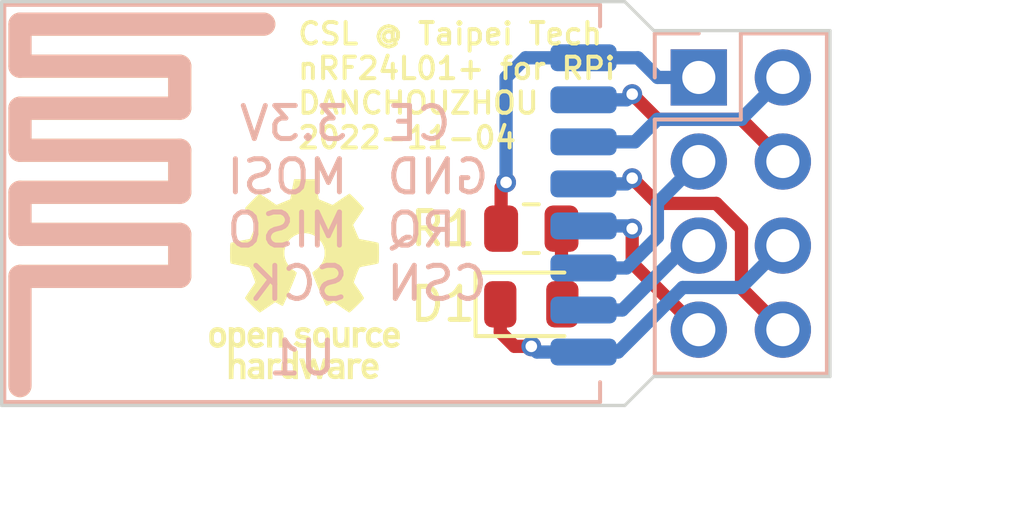
<source format=kicad_pcb>
(kicad_pcb (version 20211014) (generator pcbnew)
  (layers (0 "F.Cu" signal) (31 "B.Cu" signal) (34 "B.Paste" user) (35 "F.Paste" user) (36 "B.SilkS" user "B.Silkscreen") (37 "F.SilkS" user "F.Silkscreen") (38 "B.Mask" user) (39 "F.Mask" user) (44 "Edge.Cuts" user))
  (net 0 "")
  (net 1 "Net-(D1-Pad2)")
  (net 2 "VDD")
  (net 3 "/GP24")
  (net 4 "/MOSI")
  (net 5 "GND")
  (net 6 "/MISO")
  (net 7 "/GP25")
  (net 8 "/SCLK")
  (net 9 "/CE0")
  (footprint "LED_SMD:LED_0805_2012Metric" (layer "F.Cu") (at 16.002 9.144)
    (fp_text reference "D1" (at -2.667 0) (layer "F.SilkS"))
    (fp_text value "LTST-C170KFKT")
    (fp_line (start -1.685 -0.96) (end -1.685 0.96) (layer "F.SilkS") (width 0.12))
    (fp_line (start 1 -0.96) (end -1.685 -0.96) (layer "F.SilkS") (width 0.12))
    (fp_line (start -1.685 0.96) (end 1 0.96) (layer "F.SilkS") (width 0.12))
    (pad "1" smd roundrect (at -0.9375 0) (size 0.975 1.4) (layers "F.Cu" "F.Paste" "F.Mask") (net 7 "/GP25"))
    (pad "2" smd roundrect (at 0.9375 0) (size 0.975 1.4) (layers "F.Cu" "F.Paste" "F.Mask") (net 1 "Net-(D1-Pad2)"))
  )
  (footprint "Symbol:OSHW-Logo_5.7x6mm_SilkScreen" (layer "F.Cu") (at 9.144 8.382)
    (fp_text reference "LOGO1" hide)
    (fp_text value "Logo_Open_Hardware_Small" hide)
    (fp_poly (pts (xy -1.38421 2.406555) (xy -1.325055 2.422339) (xy -1.280023 2.450948) (xy -1.248246 2.488419) (xy -1.238366 2.504411) (xy -1.231073 2.521163) (xy -1.225974 2.542592) (xy -1.222679 2.572616) (xy -1.220797 2.615154) (xy -1.219937 2.674122) (xy -1.219707 2.75344) (xy -1.219703 2.774484) (xy -1.219703 3.017822) (xy -1.280059 3.017822) (xy -1.318557 3.015126) (xy -1.347023 3.008295) (xy -1.354155 3.004083) (xy -1.373652 2.996813) (xy -1.393566 3.004083) (xy -1.426353 3.01316) (xy -1.473978 3.016813) (xy -1.526764 3.015228) (xy -1.575036 3.008589) (xy -1.603218 3.000072) (xy -1.657753 2.965063) (xy -1.691835 2.916479) (xy -1.707157 2.851882) (xy -1.707299 2.850223) (xy -1.705955 2.821566) (xy -1.584356 2.821566) (xy -1.573726 2.854161) (xy -1.55641 2.872505) (xy -1.521652 2.886379) (xy -1.475773 2.891917) (xy -1.428988 2.889191) (xy -1.391514 2.878274) (xy -1.381015 2.871269) (xy -1.362668 2.838904) (xy -1.35802 2.802111) (xy -1.35802 2.753763) (xy -1.427582 2.753763) (xy -1.493667 2.75885) (xy -1.543764 2.773263) (xy -1.574929 2.795729) (xy -1.584356 2.821566) (xy -1.705955 2.821566) (xy -1.703987 2.779647) (xy -1.68071 2.723845) (xy -1.636948 2.681647) (xy -1.630899 2.677808) (xy -1.604907 2.665309) (xy -1.572735 2.65774) (xy -1.52776 2.654061) (xy -1.474331 2.653216) (xy -1.35802 2.653169) (xy -1.35802 2.604411) (xy -1.362953 2.566581) (xy -1.375543 2.541236) (xy -1.377017 2.539887) (xy -1.405034 2.5288) (xy -1.447326 2.524503) (xy -1.494064 2.526615) (xy -1.535418 2.534756) (xy -1.559957 2.546965) (xy -1.573253 2.556746) (xy -1.587294 2.558613) (xy -1.606671 2.5506) (xy -1.635976 2.530739) (xy -1.679803 2.497063) (xy -1.683825 2.493909) (xy -1.681764 2.482236) (xy -1.664568 2.462822) (xy -1.638433 2.441248) (xy -1.609552 2.423096) (xy -1.600478 2.418809) (xy -1.56738 2.410256) (xy -1.51888 2.404155) (xy -1.464695 2.401708) (xy -1.462161 2.401703) (xy -1.38421 2.406555)) (layer "F.SilkS") (width 0.01) (fill solid))
    (fp_poly (pts (xy 0.281524 2.404237) (xy 0.331255 2.407971) (xy 0.461291 2.797773) (xy 0.481678 2.728614) (xy 0.493946 2.685874) (xy 0.510085 2.628115) (xy 0.527512 2.564625) (xy 0.536726 2.53057) (xy 0.571388 2.401683) (xy 0.714391 2.401683) (xy 0.671646 2.536857) (xy 0.650596 2.603342) (xy 0.625167 2.683539) (xy 0.59861 2.767193) (xy 0.574902 2.841782) (xy 0.520902 3.011535) (xy 0.462598 3.015328) (xy 0.404295 3.019122) (xy 0.372679 2.914734) (xy 0.353182 2.849889) (xy 0.331904 2.7784) (xy 0.313308 2.715263) (xy 0.312574 2.71275) (xy 0.298684 2.669969) (xy 0.286429 2.640779) (xy 0.277846 2.629741) (xy 0.276082 2.631018) (xy 0.269891 2.64813) (xy 0.258128 2.684787) (xy 0.242225 2.736378) (xy 0.223614 2.798294) (xy 0.213543 2.832352) (xy 0.159007 3.017822) (xy 0.043264 3.017822) (xy -0.049263 2.725471) (xy -0.075256 2.643462) (xy -0.098934 2.568987) (xy -0.11918 2.505544) (xy -0.134874 2.456632) (xy -0.144898 2.425749) (xy -0.147945 2.416726) (xy -0.145533 2.407487) (xy -0.126592 2.403441) (xy -0.087177 2.403846) (xy -0.081007 2.404152) (xy -0.007914 2.407971) (xy 0.039957 2.58401) (xy 0.057553 2.648211) (xy 0.073277 2.704649) (xy 0.085746 2.748422) (xy 0.093574 2.77463) (xy 0.09502 2.778903) (xy 0.101014 2.77399) (xy 0.113101 2.748532) (xy 0.129893 2.705997) (xy 0.150003 2.64985) (xy 0.167003 2.59913) (xy 0.231794 2.400504) (xy 0.281524 2.404237)) (layer "F.SilkS") (width 0.01) (fill solid))
    (fp_poly (pts (xy -0.201188 3.017822) (xy -0.270346 3.017822) (xy -0.310488 3.016645) (xy -0.331394 3.011772) (xy -0.338922 3.001186) (xy -0.339505 2.994029) (xy -0.340774 2.979676) (xy -0.348779 2.976923) (xy -0.369815 2.985771) (xy -0.386173 2.994029) (xy -0.448977 3.013597) (xy -0.517248 3.014729) (xy -0.572752 3.000135) (xy -0.624438 2.964877) (xy -0.663838 2.912835) (xy -0.685413 2.85145) (xy -0.685962 2.848018) (xy -0.689167 2.810571) (xy -0.690761 2.756813) (xy -0.690633 2.716155) (xy -0.553279 2.716155) (xy -0.550097 2.770194) (xy -0.542859 2.814735) (xy -0.53306 2.839888) (xy -0.495989 2.87426) (xy -0.451974 2.886582) (xy -0.406584 2.876618) (xy -0.367797 2.846895) (xy -0.353108 2.826905) (xy -0.344519 2.80305) (xy -0.340496 2.76823) (xy -0.339505 2.71593) (xy -0.341278 2.664139) (xy -0.345963 2.618634) (xy -0.352603 2.588181) (xy -0.35371 2.585452) (xy -0.380491 2.553) (xy -0.419579 2.535183) (xy -0.463315 2.532306) (xy -0.504038 2.544674) (xy -0.534087 2.572593) (xy -0.537204 2.578148) (xy -0.546961 2.612022) (xy -0.552277 2.660728) (xy -0.553279 2.716155) (xy -0.690633 2.716155) (xy -0.690568 2.69554) (xy -0.689664 2.662563) (xy -0.683514 2.580981) (xy -0.670733 2.51973) (xy -0.649471 2.474449) (xy -0.617878 2.440779) (xy -0.587207 2.421014) (xy -0.544354 2.40712) (xy -0.491056 2.402354) (xy -0.43648 2.406236) (xy -0.389792 2.418282) (xy -0.365124 2.432693) (xy -0.339505 2.455878) (xy -0.339505 2.162773) (xy -0.201188 2.162773) (xy -0.201188 3.017822)) (layer "F.SilkS") (width 0.01) (fill solid))
    (fp_poly (pts (xy -0.754012 1.469002) (xy -0.722717 1.48395) (xy -0.692409 1.505541) (xy -0.669318 1.530391) (xy -0.6525 1.562087) (xy -0.641006 1.604214) (xy -0.633891 1.660358) (xy -0.630207 1.734106) (xy -0.629008 1.829044) (xy -0.628989 1.838985) (xy -0.628713 2.062179) (xy -0.76703 2.062179) (xy -0.76703 1.856418) (xy -0.767128 1.780189) (xy -0.767809 1.724939) (xy -0.769651 1.686501) (xy -0.773233 1.660706) (xy -0.779132 1.643384) (xy -0.787927 1.630368) (xy -0.80018 1.617507) (xy -0.843047 1.589873) (xy -0.889843 1.584745) (xy -0.934424 1.602217) (xy -0.949928 1.615221) (xy -0.96131 1.627447) (xy -0.969481 1.64054) (xy -0.974974 1.658615) (xy -0.97832 1.685787) (xy -0.980051 1.72617) (xy -0.980697 1.783879) (xy -0.980792 1.854132) (xy -0.980792 2.062179) (xy -1.119109 2.062179) (xy -1.119109 1.458614) (xy -1.04995 1.458614) (xy -1.008428 1.460256) (xy -0.987006 1.466087) (xy -0.980795 1.477461) (xy -0.980792 1.477798) (xy -0.97791 1.488938) (xy -0.965199 1.487674) (xy -0.939926 1.475434) (xy -0.882605 1.457424) (xy -0.817037 1.455421) (xy -0.754012 1.469002)) (layer "F.SilkS") (width 0.01) (fill solid))
    (fp_poly (pts (xy 1.635255 2.401486) (xy 1.683595 2.411015) (xy 1.711114 2.425125) (xy 1.740064 2.448568) (xy 1.698876 2.500571) (xy 1.673482 2.532064) (xy 1.656238 2.547428) (xy 1.639102 2.549776) (xy 1.614027 2.542217) (xy 1.602257 2.537941) (xy 1.55427 2.531631) (xy 1.510324 2.545156) (xy 1.47806 2.57571) (xy 1.472819 2.585452) (xy 1.467112 2.611258) (xy 1.462706 2.658817) (xy 1.459811 2.724758) (xy 1.458631 2.80571) (xy 1.458614 2.817226) (xy 1.458614 3.017822) (xy 1.320297 3.017822) (xy 1.320297 2.401683) (xy 1.389456 2.401683) (xy 1.429333 2.402725) (xy 1.450107 2.407358) (xy 1.457789 2.417849) (xy 1.458614 2.427745) (xy 1.458614 2.453806) (xy 1.491745 2.427745) (xy 1.529735 2.409965) (xy 1.58077 2.401174) (xy 1.635255 2.401486)) (layer "F.SilkS") (width 0.01) (fill solid))
    (fp_poly (pts (xy -2.538261 1.465148) (xy -2.472479 1.494231) (xy -2.42254 1.542793) (xy -2.388374 1.610908) (xy -2.369907 1.698651) (xy -2.368583 1.712351) (xy -2.367546 1.808939) (xy -2.380993 1.893602) (xy -2.408108 1.962221) (xy -2.422627 1.984294) (xy -2.473201 2.031011) (xy -2.537609 2.061268) (xy -2.609666 2.073824) (xy -2.683185 2.067439) (xy -2.739072 2.047772) (xy -2.787132 2.014629) (xy -2.826412 1.971175) (xy -2.827092 1.970158) (xy -2.843044 1.943338) (xy -2.85341 1.916368) (xy -2.859688 1.882332) (xy -2.863373 1.83431) (xy -2.864997 1.794931) (xy -2.865672 1.759219) (xy -2.739955 1.759219) (xy -2.738726 1.79477) (xy -2.734266 1.842094) (xy -2.726397 1.872465) (xy -2.712207 1.894072) (xy -2.698917 1.906694) (xy -2.651802 1.933122) (xy -2.602505 1.936653) (xy -2.556593 1.917639) (xy -2.533638 1.896331) (xy -2.517096 1.874859) (xy -2.507421 1.854313) (xy -2.503174 1.827574) (xy -2.50292 1.787523) (xy -2.504228 1.750638) (xy -2.507043 1.697947) (xy -2.511505 1.663772) (xy -2.519548 1.64148) (xy -2.533103 1.624442) (xy -2.543845 1.614703) (xy -2.588777 1.589123) (xy -2.637249 1.587847) (xy -2.677894 1.602999) (xy -2.712567 1.634642) (xy -2.733224 1.68662) (xy -2.739955 1.759219) (xy -2.865672 1.759219) (xy -2.866479 1.716621) (xy -2.863948 1.658056) (xy -2.856362 1.614007) (xy -2.842681 1.579248) (xy -2.821865 1.548551) (xy -2.814147 1.539436) (xy -2.765889 1.494021) (xy -2.714128 1.467493) (xy -2.650828 1.456379) (xy -2.619961 1.455471) (xy -2.538261 1.465148)) (layer "F.SilkS") (width 0.01) (fill solid))
    (fp_poly (pts (xy 0.610762 1.466055) (xy 0.674363 1.500692) (xy 0.724123 1.555372) (xy 0.747568 1.599842) (xy 0.757634 1.639121) (xy 0.764156 1.695116) (xy 0.766951 1.759621) (xy 0.765836 1.824429) (xy 0.760626 1.881334) (xy 0.754541 1.911727) (xy 0.734014 1.953306) (xy 0.698463 1.997468) (xy 0.655619 2.036087) (xy 0.613211 2.061034) (xy 0.612177 2.06143) (xy 0.559553 2.072331) (xy 0.497188 2.072601) (xy 0.437924 2.062676) (xy 0.41504 2.054722) (xy 0.356102 2.0213) (xy 0.31389 1.977511) (xy 0.286156 1.919538) (xy 0.270651 1.843565) (xy 0.267143 1.803771) (xy 0.26759 1.753766) (xy 0.402376 1.753766) (xy 0.406917 1.826732) (xy 0.419986 1.882334) (xy 0.440756 1.917861) (xy 0.455552 1.92802) (xy 0.493464 1.935104) (xy 0.538527 1.933007) (xy 0.577487 1.922812) (xy 0.587704 1.917204) (xy 0.614659 1.884538) (xy 0.632451 1.834545) (xy 0.640024 1.773705) (xy 0.636325 1.708497) (xy 0.628057 1.669253) (xy 0.60432 1.623805) (xy 0.566849 1.595396) (xy 0.52172 1.585573) (xy 0.475011 1.595887) (xy 0.439132 1.621112) (xy 0.420277 1.641925) (xy 0.409272 1.662439) (xy 0.404026 1.690203) (xy 0.402449 1.732762) (xy 0.402376 1.753766) (xy 0.26759 1.753766) (xy 0.268094 1.69758) (xy 0.285388 1.610501) (xy 0.319029 1.54253) (xy 0.369018 1.493664) (xy 0.435356 1.463899) (xy 0.449601 1.460448) (xy 0.53521 1.452345) (xy 0.610762 1.466055)) (layer "F.SilkS") (width 0.01) (fill solid))
    (fp_poly (pts (xy -1.908759 1.469184) (xy -1.882247 1.482282) (xy -1.849553 1.505106) (xy -1.825725 1.529996) (xy -1.809406 1.561249) (xy -1.79924 1.603166) (xy -1.793872 1.660044) (xy -1.791944 1.736184) (xy -1.791831 1.768917) (xy -1.792161 1.840656) (xy -1.793527 1.891927) (xy -1.7965 1.927404) (xy -1.801649 1.951763) (xy -1.809543 1.96968) (xy -1.817757 1.981902) (xy -1.870187 2.033905) (xy -1.93193 2.065184) (xy -1.998536 2.074592) (xy -2.065558 2.06098) (xy -2.086792 2.051354) (xy -2.137624 2.024859) (xy -2.137624 2.440052) (xy -2.100525 2.420868) (xy -2.051643 2.406025) (xy -1.991561 2.402222) (xy -1.931564 2.409243) (xy -1.886256 2.425013) (xy -1.848675 2.455047) (xy -1.816564 2.498024) (xy -1.81415 2.502436) (xy -1.803967 2.523221) (xy -1.79653 2.54417) (xy -1.791411 2.569548) (xy -1.788181 2.603618) (xy -1.786413 2.650641) (xy -1.785677 2.714882) (xy -1.785544 2.787176) (xy -1.785544 3.017822) (xy -1.923861 3.017822) (xy -1.923861 2.592533) (xy -1.962549 2.559979) (xy -2.002738 2.53394) (xy -2.040797 2.529205) (xy -2.079066 2.541389) (xy -2.099462 2.55332) (xy -2.114642 2.570313) (xy -2.125438 2.595995) (xy -2.132683 2.633991) (xy -2.137208 2.687926) (xy -2.139844 2.761425) (xy -2.140772 2.810347) (xy -2.143911 3.011535) (xy -2.209926 3.015336) (xy -2.27594 3.019136) (xy -2.27594 1.77065) (xy -2.137624 1.77065) (xy -2.134097 1.840254) (xy -2.122215 1.888569) (xy -2.10002 1.918631) (xy -2.065559 1.933471) (xy -2.030742 1.936436) (xy -1.991329 1.933028) (xy -1.965171 1.919617) (xy -1.948814 1.901896) (xy -1.935937 1.882835) (xy -1.928272 1.861601) (xy -1.924861 1.831849) (xy -1.924749 1.787236) (xy -1.925897 1.74988) (xy -1.928532 1.693604) (xy -1.932456 1.656658) (xy -1.939063 1.633223) (xy -1.949749 1.61748) (xy -1.959833 1.60838) (xy -2.00197 1.588537) (xy -2.05184 1.585332) (xy -2.080476 1.592168) (xy -2.108828 1.616464) (xy -2.127609 1.663728) (xy -2.136712 1.733624) (xy -2.137624 1.77065) (xy -2.27594 1.77065) (xy -2.27594 1.458614) (xy -2.206782 1.458614) (xy -2.16526 1.460256) (xy -2.143838 1.466087) (xy -2.137626 1.477461) (xy -2.137624 1.477798) (xy -2.134742 1.488938) (xy -2.12203 1.487673) (xy -2.096757 1.475433) (xy -2.037869 1.456707) (xy -1.971615 1.454739) (xy -1.908759 1.469184)) (layer "F.SilkS") (width 0.01) (fill solid))
    (fp_poly (pts (xy 0.014017 1.456452) (xy 0.061634 1.465482) (xy 0.111034 1.48437) (xy 0.116312 1.486777) (xy 0.153774 1.506476) (xy 0.179717 1.524781) (xy 0.188103 1.536508) (xy 0.180117 1.555632) (xy 0.16072 1.58385) (xy 0.15211 1.594384) (xy 0.116628 1.635847) (xy 0.070885 1.608858) (xy 0.02735 1.590878) (xy -0.02295 1.581267) (xy -0.071188 1.58066) (xy -0.108533 1.589691) (xy -0.117495 1.595327) (xy -0.134563 1.621171) (xy -0.136637 1.650941) (xy -0.123866 1.674197) (xy -0.116312 1.678708) (xy -0.093675 1.684309) (xy -0.053885 1.690892) (xy -0.004834 1.697183) (xy 0.004215 1.69817) (xy 0.082996 1.711798) (xy 0.140136 1.734946) (xy 0.17803 1.769752) (xy 0.199079 1.818354) (xy 0.205635 1.877718) (xy 0.196577 1.945198) (xy 0.167164 1.998188) (xy 0.117278 2.036783) (xy 0.0468 2.061081) (xy -0.031435 2.070667) (xy -0.095234 2.070552) (xy -0.146984 2.061845) (xy -0.182327 2.049825) (xy -0.226983 2.02888) (xy -0.268253 2.004574) (xy -0.282921 1.993876) (xy -0.320643 1.963084) (xy -0.275148 1.917049) (xy -0.229653 1.871013) (xy -0.177928 1.905243) (xy -0.126048 1.930952) (xy -0.070649 1.944399) (xy -0.017395 1.945818) (xy 0.028049 1.935443) (xy 0.060016 1.913507) (xy 0.070338 1.894998) (xy 0.068789 1.865314) (xy 0.04314 1.842615) (xy -0.00654 1.82694) (xy -0.060969 1.819695) (xy -0.144736 1.805873) (xy -0.206967 1.779796) (xy -0.248493 1.740699) (xy -0.270147 1.68782) (xy -0.273147 1.625126) (xy -0.258329 1.559642) (xy -0.224546 1.510144) (xy -0.171495 1.476408) (xy -0.098874 1.458207) (xy -0.045072 1.454639) (xy 0.014017 1.456452)) (layer "F.SilkS") (width 0.01) (fill solid))
    (fp_poly (pts (xy 0.376964 -2.709982) (xy 0.433812 -2.40843) (xy 0.853338 -2.235488) (xy 1.104984 -2.406605) (xy 1.175458 -2.45425) (xy 1.239163 -2.49679) (xy 1.293126 -2.532285) (xy 1.334373 -2.55879) (xy 1.359934 -2.574364) (xy 1.366895 -2.577722) (xy 1.379435 -2.569086) (xy 1.406231 -2.545208) (xy 1.44428 -2.509141) (xy 1.490579 -2.463933) (xy 1.542123 -2.412636) (xy 1.595909 -2.358299) (xy 1.648935 -2.303972) (xy 1.698195 -2.252705) (xy 1.740687 -2.207549) (xy 1.773407 -2.171554) (xy 1.793351 -2.14777) (xy 1.798119 -2.13981) (xy 1.791257 -2.125135) (xy 1.77202 -2.092986) (xy 1.74243 -2.046508) (xy 1.70451 -1.988844) (xy 1.660282 -1.92314) (xy 1.634654 -1.885664) (xy 1.587941 -1.817232) (xy 1.546432 -1.75548) (xy 1.51214 -1.703481) (xy 1.48708 -1.664308) (xy 1.473264 -1.641035) (xy 1.471188 -1.636145) (xy 1.475895 -1.622245) (xy 1.488723 -1.58985) (xy 1.507738 -1.543515) (xy 1.531003 -1.487794) (xy 1.556584 -1.427242) (xy 1.582545 -1.366414) (xy 1.60695 -1.309864) (xy 1.627863 -1.262148) (xy 1.643349 -1.227819) (xy 1.651472 -1.211432) (xy 1.651952 -1.210788) (xy 1.664707 -1.207659) (xy 1.698677 -1.200679) (xy 1.75034 -1.190533) (xy 1.816176 -1.177908) (xy 1.892664 -1.163491) (xy 1.93729 -1.155177) (xy 2.019021 -1.139616) (xy 2.092843 -1.124808) (xy 2.155021 -1.111564) (xy 2.201822 -1.100695) (xy 2.229509 -1.093011) (xy 2.235074 -1.090573) (xy 2.240526 -1.07407) (xy 2.244924 -1.0368) (xy 2.248272 -0.98312) (xy 2.250574 -0.917388) (xy 2.251832 -0.843963) (xy 2.252048 -0.767204) (xy 2.251227 -0.691468) (xy 2.249371 -0.621114) (xy 2.246482 -0.5605) (xy 2.242565 -0.513984) (xy 2.237622 -0.485925) (xy 2.234657 -0.480084) (xy 2.216934 -0.473083) (xy 2.179381 -0.463073) (xy 2.126964 -0.451231) (xy 2.064652 -0.438733) (xy 2.0429 -0.43469) (xy 1.938024 -0.41548) (xy 1.85518 -0.400009) (xy 1.79163 -0.387663) (xy 1.744637 -0.377827) (xy 1.711463 -0.369886) (xy 1.689371 -0.363224) (xy 1.675624 -0.357227) (xy 1.667484 -0.351281) (xy 1.666345 -0.350106) (xy 1.654977 -0.331174) (xy 1.637635 -0.294331) (xy 1.61605 -0.244087) (xy 1.591954 -0.184954) (xy 1.567079 -0.121444) (xy 1.543157 -0.058068) (xy 1.521919 0.000662) (xy 1.505097 0.050235) (xy 1.494422 0.086139) (xy 1.491627 0.103862) (xy 1.49186 0.104483) (xy 1.501331 0.11897) (xy 1.522818 0.150844) (xy 1.554063 0.196789) (xy 1.592807 0.253485) (xy 1.636793 0.317617) (xy 1.649319 0.335842) (xy 1.693984 0.401914) (xy 1.733288 0.4622) (xy 1.765088 0.513235) (xy 1.787245 0.55156) (xy 1.797617 0.573711) (xy 1.798119 0.576432) (xy 1.789405 0.590736) (xy 1.765325 0.619072) (xy 1.728976 0.658396) (xy 1.683453 0.705661) (xy 1.631852 0.757823) (xy 1.577267 0.811835) (xy 1.522794 0.864653) (xy 1.471529 0.913231) (xy 1.426567 0.954523) (xy 1.391004 0.985485) (xy 1.367935 1.00307) (xy 1.361554 1.005941) (xy 1.346699 0.999178) (xy 1.316286 0.980939) (xy 1.275268 0.954297) (xy 1.243709 0.932852) (xy 1.186525 0.893503) (xy 1.118806 0.847171) (xy 1.05088 0.800913) (xy 1.014361 0.776155) (xy 0.890752 0.692547) (xy 0.786991 0.74865) (xy 0.73972 0.773228) (xy 0.699523 0.792331) (xy 0.672326 0.803227) (xy 0.665402 0.804743) (xy 0.657077 0.793549) (xy 0.640654 0.761917) (xy 0.617357 0.712765) (xy 0.588414 0.64901) (xy 0.55505 0.573571) (xy 0.518491 0.489364) (xy 0.479964 0.399308) (xy 0.440694 0.306321) (xy 0.401908 0.21332) (xy 0.36483 0.123223) (xy 0.330689 0.038948) (xy 0.300708 -0.036587) (xy 0.276116 -0.100466) (xy 0.258136 -0.149769) (xy 0.247997 -0.181579) (xy 0.246366 -0.192504) (xy 0.259291 -0.206439) (xy 0.287589 -0.22906) (xy 0.325346 -0.255667) (xy 0.328515 -0.257772) (xy 0.4261 -0.335886) (xy 0.504786 -0.427018) (xy 0.563891 -0.528255) (xy 0.602732 -0.636682) (xy 0.620628 -0.749386) (xy 0.616897 -0.863452) (xy 0.590857 -0.975966) (xy 0.541825 -1.084015) (xy 0.5274 -1.107655) (xy 0.452369 -1.203113) (xy 0.36373 -1.279768) (xy 0.264549 -1.33722) (xy 0.157895 -1.375071) (xy 0.046836 -1.392922) (xy -0.065561 -1.390375) (xy -0.176227 -1.36703) (xy -0.282094 -1.32249) (xy -0.380095 -1.256355) (xy -0.41041 -1.229513) (xy -0.487562 -1.145488) (xy -0.543782 -1.057034) (xy -0.582347 -0.957885) (xy -0.603826 -0.859697) (xy -0.609128 -0.749303) (xy -0.591448 -0.63836) (xy -0.552581 -0.530619) (xy -0.494323 -0.429831) (xy -0.418469 -0.339744) (xy -0.326817 -0.264108) (xy -0.314772 -0.256136) (xy -0.276611 -0.230026) (xy -0.247601 -0.207405) (xy -0.233732 -0.192961) (xy -0.233531 -0.192504) (xy -0.236508 -0.176879) (xy -0.248311 -0.141418) (xy -0.267714 -0.089038) (xy -0.293488 -0.022655) (xy -0.324409 0.054814) (xy -0.359249 0.14045) (xy -0.396783 0.231337) (xy -0.435783 0.324559) (xy -0.475023 0.417197) (xy -0.513276 0.506335) (xy -0.549317 0.589055) (xy -0.581917 0.662441) (xy -0.609852 0.723575) (xy -0.631895 0.769541) (xy -0.646818 0.797421) (xy -0.652828 0.804743) (xy -0.671191 0.799041) (xy -0.705552 0.783749) (xy -0.749984 0.761599) (xy -0.774417 0.74865) (xy -0.878178 0.692547) (xy -1.001787 0.776155) (xy -1.064886 0.818987) (xy -1.13397 0.866122) (xy -1.198707 0.910503) (xy -1.231134 0.932852) (xy -1.276741 0.963477) (xy -1.31536 0.987747) (xy -1.341952 1.002587) (xy -1.35059 1.005724) (xy -1.363161 0.997261) (xy -1.390984 0.973636) (xy -1.431361 0.937302) (xy -1.481595 0.890711) (xy -1.538988 0.836317) (xy -1.575286 0.801392) (xy -1.63879 0.738996) (xy -1.693673 0.683188) (xy -1.737714 0.636354) (xy -1.768695 0.600882) (xy -1.784398 0.579161) (xy -1.785905 0.574752) (xy -1.778914 0.557985) (xy -1.759594 0.524082) (xy -1.730091 0.476476) (xy -1.692545 0.418599) (xy -1.6491 0.353884) (xy -1.636745 0.335842) (xy -1.591727 0.270267) (xy -1.55134 0.211228) (xy -1.51784 0.162042) (xy -1.493486 0.126028) (xy -1.480536 0.106502) (xy -1.479285 0.104483) (xy -1.481156 0.088922) (xy -1.491087 0.054709) (xy -1.507347 0.006355) (xy -1.528205 -0.051629) (xy -1.551927 -0.11473) (xy -1.576784 -0.178437) (xy -1.601042 -0.238239) (xy -1.622971 -0.289624) (xy -1.640838 -0.328081) (xy -1.652913 -0.349098) (xy -1.653771 -0.350106) (xy -1.661154 -0.356112) (xy -1.673625 -0.362052) (xy -1.69392 -0.36854) (xy -1.724778 -0.376191) (xy -1.768934 -0.38562) (xy -1.829126 -0.397441) (xy -1.908093 -0.412271) (xy -2.00857 -0.430723) (xy -2.030325 -0.43469) (xy -2.094802 -0.447147) (xy -2.151011 -0.459334) (xy -2.193987 -0.470074) (xy -2.21876 -0.478191) (xy -2.222082 -0.480084) (xy -2.227556 -0.496862) (xy -2.232006 -0.534355) (xy -2.235428 -0.588206) (xy -2.237819 -0.654056) (xy -2.239177 -0.727547) (xy -2.239499 -0.80432) (xy -2.238781 -0.880017) (xy -2.237021 -0.95028) (xy -2.234216 -1.01075) (xy -2.230362 -1.05707) (xy -2.225457 -1.084881) (xy -2.2225 -1.090573) (xy -2.206037 -1.096314) (xy -2.168551 -1.105655) (xy -2.113775 -1.117785) (xy -2.045445 -1.131893) (xy -1.967294 -1.14717) (xy -1.924716 -1.155177) (xy -1.843929 -1.170279) (xy -1.771887 -1.18396) (xy -1.712111 -1.195533) (xy -1.668121 -1.204313) (xy -1.643439 -1.209613) (xy -1.639377 -1.210788) (xy -1.632511 -1.224035) (xy -1.617998 -1.255943) (xy -1.597771 -1.301953) (xy -1.573766 -1.357508) (xy -1.547918 -1.418047) (xy -1.52216 -1.479014) (xy -1.498427 -1.535849) (xy -1.478654 -1.583994) (xy -1.464776 -1.61889) (xy -1.458726 -1.635979) (xy -1.458614 -1.636726) (xy -1.465472 -1.650207) (xy -1.484698 -1.68123) (xy -1.514272 -1.726711) (xy -1.552173 -1.783568) (xy -1.59638 -1.848717) (xy -1.622079 -1.886138) (xy -1.668907 -1.954753) (xy -1.710499 -2.017048) (xy -1.744825 -2.069871) (xy -1.769857 -2.110073) (xy -1.783565 -2.1345) (xy -1.785544 -2.139976) (xy -1.777034 -2.152722) (xy -1.753507 -2.179937) (xy -1.717968 -2.218572) (xy -1.673423 -2.265577) (xy -1.622877 -2.317905) (xy -1.569336 -2.372505) (xy -1.515805 -2.42633) (xy -1.465289 -2.47633) (xy -1.420794 -2.519457) (xy -1.385325 -2.552661) (xy -1.361887 -2.572894) (xy -1.354046 -2.577722) (xy -1.34128 -2.570933) (xy -1.310744 -2.551858) (xy -1.26541 -2.522439) (xy -1.208244 -2.484619) (xy -1.142216 -2.440339) (xy -1.09241 -2.406605) (xy -0.840764 -2.235488) (xy -0.631001 -2.321959) (xy -0.421237 -2.40843) (xy -0.364389 -2.709982) (xy -0.30754 -3.011534) (xy 0.320115 -3.011534) (xy 0.376964 -2.709982)) (layer "F.SilkS") (width 0.01) (fill solid))
    (fp_poly (pts (xy 0.993367 1.654342) (xy 0.994555 1.746563) (xy 0.998897 1.81661) (xy 1.007558 1.867381) (xy 1.021704 1.901772) (xy 1.0425 1.922679) (xy 1.07111 1.933) (xy 1.106535 1.935636) (xy 1.143636 1.932682) (xy 1.171818 1.921889) (xy 1.192243 1.90036) (xy 1.206079 1.865199) (xy 1.214491 1.81351) (xy 1.218643 1.742394) (xy 1.219703 1.654342) (xy 1.219703 1.458614) (xy 1.35802 1.458614) (xy 1.35802 2.062179) (xy 1.288862 2.062179) (xy 1.24717 2.060489) (xy 1.225701 2.054556) (xy 1.219703 2.043293) (xy 1.216091 2.033261) (xy 1.201714 2.035383) (xy 1.172736 2.04958) (xy 1.106319 2.07148) (xy 1.035875 2.069928) (xy 0.968377 2.046147) (xy 0.936233 2.027362) (xy 0.911715 2.007022) (xy 0.893804 1.981573) (xy 0.881479 1.947458) (xy 0.873723 1.901121) (xy 0.869516 1.839007) (xy 0.86784 1.757561) (xy 0.867624 1.694578) (xy 0.867624 1.458614) (xy 0.993367 1.458614) (xy 0.993367 1.654342)) (layer "F.SilkS") (width 0.01) (fill solid))
    (fp_poly (pts (xy -0.993356 2.40302) (xy -0.974539 2.40866) (xy -0.968473 2.421053) (xy -0.968218 2.426647) (xy -0.967129 2.44223) (xy -0.959632 2.444676) (xy -0.939381 2.433993) (xy -0.927351 2.426694) (xy -0.8894 2.411063) (xy -0.844072 2.403334) (xy -0.796544 2.40274) (xy -0.751995 2.408513) (xy -0.715602 2.419884) (xy -0.692543 2.436088) (xy -0.687996 2.456355) (xy -0.690291 2.461843) (xy -0.70702 2.484626) (xy -0.732963 2.512647) (xy -0.737655 2.517177) (xy -0.762383 2.538005) (xy -0.783718 2.544735) (xy -0.813555 2.540038) (xy -0.825508 2.536917) (xy -0.862705 2.529421) (xy -0.888859 2.532792) (xy -0.910946 2.544681) (xy -0.931178 2.560635) (xy -0.946079 2.5807) (xy -0.956434 2.608702) (xy -0.963029 2.648467) (xy -0.966649 2.703823) (xy -0.968078 2.778594) (xy -0.968218 2.82374) (xy -0.968218 3.017822) (xy -1.09396 3.017822) (xy -1.09396 2.401683) (xy -1.031089 2.401683) (xy -0.993356 2.40302)) (layer "F.SilkS") (width 0.01) (fill solid))
    (fp_poly (pts (xy 2.217226 1.46388) (xy 2.29008 1.49483) (xy 2.313027 1.509895) (xy 2.342354 1.533048) (xy 2.360764 1.551253) (xy 2.363961 1.557183) (xy 2.354935 1.57034) (xy 2.331837 1.592667) (xy 2.313344 1.60825) (xy 2.262728 1.648926) (xy 2.22276 1.615295) (xy 2.191874 1.593584) (xy 2.161759 1.58609) (xy 2.127292 1.58792) (xy 2.072561 1.601528) (xy 2.034886 1.629772) (xy 2.011991 1.675433) (xy 2.001597 1.741289) (xy 2.001595 1.741331) (xy 2.002494 1.814939) (xy 2.016463 1.868946) (xy 2.044328 1.905716) (xy 2.063325 1.918168) (xy 2.113776 1.933673) (xy 2.167663 1.933683) (xy 2.214546 1.918638) (xy 2.225644 1.911287) (xy 2.253476 1.892511) (xy 2.275236 1.889434) (xy 2.298704 1.903409) (xy 2.324649 1.92851) (xy 2.365716 1.97088) (xy 2.320121 2.008464) (xy 2.249674 2.050882) (xy 2.170233 2.071785) (xy 2.087215 2.070272) (xy 2.032694 2.056411) (xy 1.96897 2.022135) (xy 1.918005 1.968212) (xy 1.894851 1.930149) (xy 1.876099 1.875536) (xy 1.866715 1.806369) (xy 1.866643 1.731407) (xy 1.875824 1.659409) (xy 1.894199 1.599137) (xy 1.897093 1.592958) (xy 1.939952 1.532351) (xy 1.997979 1.488224) (xy 2.066591 1.461493) (xy 2.141201 1.453073) (xy 2.217226 1.46388)) (layer "F.SilkS") (width 0.01) (fill solid))
    (fp_poly (pts (xy 1.038411 2.405417) (xy 1.091411 2.41829) (xy 1.106731 2.42511) (xy 1.136428 2.442974) (xy 1.15922 2.463093) (xy 1.176083 2.488962) (xy 1.187998 2.524073) (xy 1.195942 2.57192) (xy 1.200894 2.635996) (xy 1.203831 2.719794) (xy 1.204947 2.775768) (xy 1.209052 3.017822) (xy 1.138932 3.017822) (xy 1.096393 3.016038) (xy 1.074476 3.009942) (xy 1.068812 2.999706) (xy 1.065821 2.988637) (xy 1.052451 2.990754) (xy 1.034233 2.999629) (xy 0.988624 3.013233) (xy 0.930007 3.016899) (xy 0.868354 3.010903) (xy 0.813638 2.995521) (xy 0.80873 2.993386) (xy 0.758723 2.958255) (xy 0.725756 2.909419) (xy 0.710587 2.852333) (xy 0.711746 2.831824) (xy 0.835508 2.831824) (xy 0.846413 2.859425) (xy 0.878745 2.879204) (xy 0.93091 2.889819) (xy 0.958787 2.891228) (xy 1.005247 2.88762) (xy 1.036129 2.873597) (xy 1.043664 2.866931) (xy 1.064076 2.830666) (xy 1.068812 2.797773) (xy 1.068812 2.753763) (xy 1.007513 2.753763) (xy 0.936256 2.757395) (xy 0.886276 2.768818) (xy 0.854696 2.788824) (xy 0.847626 2.797743) (xy 0.835508 2.831824) (xy 0.711746 2.831824) (xy 0.713971 2.792456) (xy 0.736663 2.735244) (xy 0.767624 2.69658) (xy 0.786376 2.679864) (xy 0.804733 2.668878) (xy 0.828619 2.66218) (xy 0.863957 2.658326) (xy 0.916669 2.655873) (xy 0.937577 2.655168) (xy 1.068812 2.650879) (xy 1.06862 2.611158) (xy 1.063537 2.569405) (xy 1.045162 2.544158) (xy 1.008039 2.52803) (xy 1.007043 2.527742) (xy 0.95441 2.5214) (xy 0.902906 2.529684) (xy 0.86463 2.549827) (xy 0.849272 2.559773) (xy 0.83273 2.558397) (xy 0.807275 2.543987) (xy 0.792328 2.533817) (xy 0.763091 2.512088) (xy 0.74498 2.4958) (xy 0.742074 2.491137) (xy 0.75404 2.467005) (xy 0.789396 2.438185) (xy 0.804753 2.428461) (xy 0.848901 2.411714) (xy 0.908398 2.402227) (xy 0.974487 2.400095) (xy 1.038411 2.405417)) (layer "F.SilkS") (width 0.01) (fill solid))
    (fp_poly (pts (xy -1.356699 1.472614) (xy -1.344168 1.478514) (xy -1.300799 1.510283) (xy -1.25979 1.556646) (xy -1.229168 1.607696) (xy -1.220459 1.631166) (xy -1.212512 1.673091) (xy -1.207774 1.723757) (xy -1.207199 1.744679) (xy -1.207129 1.810693) (xy -1.587083 1.810693) (xy -1.578983 1.845273) (xy -1.559104 1.88617) (xy -1.524347 1.921514) (xy -1.482998 1.944282) (xy -1.456649 1.94901) (xy -1.420916 1.943273) (xy -1.378282 1.928882) (xy -1.363799 1.922262) (xy -1.31024 1.895513) (xy -1.264533 1.930376) (xy -1.238158 1.953955) (xy -1.224124 1.973417) (xy -1.223414 1.979129) (xy -1.235951 1.992973) (xy -1.263428 2.014012) (xy -1.288366 2.030425) (xy -1.355664 2.05993) (xy -1.43111 2.073284) (xy -1.505888 2.069812) (xy -1.565495 2.051663) (xy -1.626941 2.012784) (xy -1.670608 1.961595) (xy -1.697926 1.895367) (xy -1.710322 1.811371) (xy -1.711421 1.772936) (xy -1.707022 1.684861) (xy -1.706482 1.682299) (xy -1.580582 1.682299) (xy -1.577115 1.690558) (xy -1.562863 1.695113) (xy -1.53347 1.697065) (xy -1.484575 1.697517) (xy -1.465748 1.697525) (xy -1.408467 1.696843) (xy -1.372141 1.694364) (xy -1.352604 1.689443) (xy -1.34569 1.681434) (xy -1.345445 1.678862) (xy -1.353336 1.658423) (xy -1.373085 1.629789) (xy -1.381575 1.619763) (xy -1.413094 1.591408) (xy -1.445949 1.580259) (xy -1.463651 1.579327) (xy -1.511539 1.590981) (xy -1.551699 1.622285) (xy -1.577173 1.667752) (xy -1.577625 1.669233) (xy -1.580582 1.682299) (xy -1.706482 1.682299) (xy -1.692392 1.61551) (xy -1.666038 1.560025) (xy -1.633807 1.520639) (xy -1.574217 1.477931) (xy -1.504168 1.455109) (xy -1.429661 1.453046) (xy -1.356699 1.472614)) (layer "F.SilkS") (width 0.01) (fill solid))
    (fp_poly (pts (xy 2.677898 1.456457) (xy 2.710096 1.464279) (xy 2.771825 1.492921) (xy 2.82461 1.536667) (xy 2.861141 1.589117) (xy 2.86616 1.600893) (xy 2.873045 1.63174) (xy 2.877864 1.677371) (xy 2.879505 1.723492) (xy 2.879505 1.810693) (xy 2.697178 1.810693) (xy 2.621979 1.810978) (xy 2.569003 1.812704) (xy 2.535325 1.817181) (xy 2.51802 1.82572) (xy 2.514163 1.83963) (xy 2.520829 1.860222) (xy 2.53277 1.884315) (xy 2.56608 1.924525) (xy 2.612368 1.944558) (xy 2.668944 1.943905) (xy 2.733031 1.922101) (xy 2.788417 1.895193) (xy 2.834375 1.931532) (xy 2.880333 1.967872) (xy 2.837096 2.007819) (xy 2.779374 2.045563) (xy 2.708386 2.06832) (xy 2.632029 2.074688) (xy 2.558199 2.063268) (xy 2.546287 2.059393) (xy 2.481399 2.025506) (xy 2.43313 1.974986) (xy 2.400465 1.906325) (xy 2.382385 1.818014) (xy 2.382175 1.816121) (xy 2.380556 1.719878) (xy 2.3871 1.685542) (xy 2.514852 1.685542) (xy 2.526584 1.690822) (xy 2.558438 1.694867) (xy 2.605397 1.697176) (xy 2.635154 1.697525) (xy 2.690648 1.697306) (xy 2.725346 1.695916) (xy 2.743601 1.692251) (xy 2.749766 1.68521) (xy 2.748195 1.67369) (xy 2.746878 1.669233) (xy 2.724382 1.627355) (xy 2.689003 1.593604) (xy 2.65778 1.578773) (xy 2.616301 1.579668) (xy 2.574269 1.598164) (xy 2.539012 1.628786) (xy 2.517854 1.666062) (xy 2.514852 1.685542) (xy 2.3871 1.685542) (xy 2.39669 1.635229) (xy 2.428698 1.564191) (xy 2.474701 1.508779) (xy 2.532821 1.471009) (xy 2.60118 1.452896) (xy 2.677898 1.456457)) (layer "F.SilkS") (width 0.01) (fill solid))
    (fp_poly (pts (xy 2.032581 2.40497) (xy 2.092685 2.420597) (xy 2.143021 2.452848) (xy 2.167393 2.47694) (xy 2.207345 2.533895) (xy 2.230242 2.599965) (xy 2.238108 2.681182) (xy 2.238148 2.687748) (xy 2.238218 2.753763) (xy 1.858264 2.753763) (xy 1.866363 2.788342) (xy 1.880987 2.819659) (xy 1.906581 2.852291) (xy 1.911935 2.8575) (xy 1.957943 2.885694) (xy 2.01041 2.890475) (xy 2.070803 2.871926) (xy 2.08104 2.866931) (xy 2.112439 2.851745) (xy 2.13347 2.843094) (xy 2.137139 2.842293) (xy 2.149948 2.850063) (xy 2.174378 2.869072) (xy 2.186779 2.87946) (xy 2.212476 2.903321) (xy 2.220915 2.919077) (xy 2.215058 2.933571) (xy 2.211928 2.937534) (xy 2.190725 2.954879) (xy 2.155738 2.975959) (xy 2.131337 2.988265) (xy 2.062072 3.009946) (xy 1.985388 3.016971) (xy 1.912765 3.008647) (xy 1.892426 3.002686) (xy 1.829476 2.968952) (xy 1.782815 2.917045) (xy 1.752173 2.846459) (xy 1.737282 2.756692) (xy 1.735647 2.709753) (xy 1.740421 2.641413) (xy 1.86099 2.641413) (xy 1.872652 2.646465) (xy 1.903998 2.650429) (xy 1.949571 2.652768) (xy 1.980446 2.653169) (xy 2.035981 2.652783) (xy 2.071033 2.650975) (xy 2.090262 2.646773) (xy 2.09833 2.639203) (xy 2.099901 2.628218) (xy 2.089121 2.594381) (xy 2.06198 2.56094) (xy 2.026277 2.535272) (xy 1.99056 2.524772) (xy 1.942048 2.534086) (xy 1.900053 2.561013) (xy 1.870936 2.599827) (xy 1.86099 2.641413) (xy 1.740421 2.641413) (xy 1.742599 2.610236) (xy 1.764055 2.530949) (xy 1.80047 2.471263) (xy 1.852297 2.430549) (xy 1.91999 2.408179) (xy 1.956662 2.403871) (xy 2.032581 2.40497)) (layer "F.SilkS") (width 0.01) (fill solid))
    (fp_poly (pts (xy 1.79946 1.45803) (xy 1.842711 1.471245) (xy 1.870558 1.487941) (xy 1.879629 1.501145) (xy 1.877132 1.516797) (xy 1.860931 1.541385) (xy 1.847232 1.5588) (xy 1.818992 1.590283) (xy 1.797775 1.603529) (xy 1.779688 1.602664) (xy 1.726035 1.58901) (xy 1.68663 1.58963) (xy 1.654632 1.605104) (xy 1.64389 1.614161) (xy 1.609505 1.646027) (xy 1.609505 2.062179) (xy 1.471188 2.062179) (xy 1.471188 1.458614) (xy 1.540347 1.458614) (xy 1.581869 1.460256) (xy 1.603291 1.466087) (xy 1.609502 1.477461) (xy 1.609505 1.477798) (xy 1.612439 1.489713) (xy 1.625704 1.488159) (xy 1.644084 1.479563) (xy 1.682046 1.463568) (xy 1.712872 1.453945) (xy 1.752536 1.451478) (xy 1.79946 1.45803)) (layer "F.SilkS") (width 0.01) (fill solid))
  )
  (footprint "Resistor_SMD:R_0805_2012Metric" (layer "F.Cu") (at 16.002 6.858)
    (fp_text reference "R1" (at -2.667 0) (layer "F.SilkS"))
    (fp_text value "22R")
    (fp_line (start -0.227064 -0.735) (end 0.227064 -0.735) (layer "F.SilkS") (width 0.12))
    (fp_line (start -0.227064 0.735) (end 0.227064 0.735) (layer "F.SilkS") (width 0.12))
    (pad "1" smd roundrect (at -0.9125 0) (size 1.025 1.4) (layers "F.Cu" "F.Paste" "F.Mask") (roundrect_rratio 0.243902439) (net 2 "VDD"))
    (pad "2" smd roundrect (at 0.9125 0) (size 1.025 1.4) (layers "F.Cu" "F.Paste" "F.Mask") (roundrect_rratio 0.243902439) (net 1 "Net-(D1-Pad2)"))
  )
  (footprint "NF-03:Ai-Thinker-NF-03" (layer "B.Cu") (at 18.08 1.696 -90)
    (fp_text reference "U1" (at 9.068 9 unlocked) (layer "B.SilkS") (effects (justify mirror)))
    (fp_text value "Ai-Thinker NF-03")
    (fp_line (start 2.794 17.526) (end 2.794 12.7) (layer "B.SilkS") (width 0.7))
    (fp_line (start 4.064 17.526) (end 5.334 17.526) (layer "B.SilkS") (width 0.7))
    (fp_line (start 1.524 12.7) (end 1.524 17.526) (layer "B.SilkS") (width 0.7))
    (fp_line (start 5.334 17.526) (end 5.334 12.7) (layer "B.SilkS") (width 0.7))
    (fp_line (start 1.524 17.526) (end 2.794 17.526) (layer "B.SilkS") (width 0.7))
    (fp_line (start 5.334 12.7) (end 6.604 12.7) (layer "B.SilkS") (width 0.7))
    (fp_line (start -1.016 17.526) (end 0.254 17.526) (layer "B.SilkS") (width 0.7))
    (fp_line (start 10.4 0) (end 9.8 0) (layer "B.SilkS") (width 0.12))
    (fp_line (start -1.6 18) (end -1.6 0) (layer "B.SilkS") (width 0.12))
    (fp_line (start -1.016 10.16) (end -1.016 17.526) (layer "B.SilkS") (width 0.7))
    (fp_line (start -0.95 0) (end -1.6 0) (layer "B.SilkS") (width 0.12))
    (fp_line (start 0.254 17.526) (end 0.254 12.7) (layer "B.SilkS") (width 0.7))
    (fp_line (start 6.604 17.526) (end 9.906 17.526) (layer "B.SilkS") (width 0.7))
    (fp_line (start 2.794 12.7) (end 4.064 12.7) (layer "B.SilkS") (width 0.7))
    (fp_line (start -1.6 18) (end 10.4 18) (layer "B.SilkS") (width 0.12))
    (fp_line (start 4.064 12.7) (end 4.064 17.526) (layer "B.SilkS") (width 0.7))
    (fp_line (start 6.604 12.7) (end 6.604 17.526) (layer "B.SilkS") (width 0.7))
    (fp_line (start 0.254 12.7) (end 1.524 12.7) (layer "B.SilkS") (width 0.7))
    (fp_line (start 10.4 18) (end 10.4 0) (layer "B.SilkS") (width 0.12))
    (fp_line (start -1.016 17.526) (end 0.254 17.526) (layer "F.SilkS") (width 0.7))
    (fp_line (start 6.604 17.526) (end 9.906 17.526) (layer "F.SilkS") (width 0.7))
    (fp_line (start 5.334 17.526) (end 5.334 12.7) (layer "F.SilkS") (width 0.7))
    (fp_line (start 1.524 17.526) (end 2.794 17.526) (layer "F.SilkS") (width 0.7))
    (fp_line (start 0.254 12.7) (end 1.524 12.7) (layer "F.SilkS") (width 0.7))
    (fp_line (start 1.524 12.7) (end 1.524 17.526) (layer "F.SilkS") (width 0.7))
    (fp_line (start 5.334 12.7) (end 6.604 12.7) (layer "F.SilkS") (width 0.7))
    (fp_line (start 4.064 17.526) (end 5.334 17.526) (layer "F.SilkS") (width 0.7))
    (fp_line (start 0.254 17.526) (end 0.254 12.7) (layer "F.SilkS") (width 0.7))
    (fp_line (start 6.604 12.7) (end 6.604 17.526) (layer "F.SilkS") (width 0.7))
    (fp_line (start -1.016 10.16) (end -1.016 17.526) (layer "F.SilkS") (width 0.7))
    (fp_line (start 2.794 17.526) (end 2.794 12.7) (layer "F.SilkS") (width 0.7))
    (fp_line (start 2.794 12.7) (end 4.064 12.7) (layer "F.SilkS") (width 0.7))
    (fp_line (start 4.064 12.7) (end 4.064 17.526) (layer "F.SilkS") (width 0.7))
    (pad "1" smd roundrect (at 0 0.5 270) (size 0.813 2) (layers "B.Cu" "B.Paste" "B.Mask") (net 2 "VDD"))
    (pad "2" smd roundrect (at 1.27 0.5 270) (size 0.813 2) (layers "B.Cu" "B.Paste" "B.Mask") (net 5 "GND"))
    (pad "3" smd roundrect (at 2.54 0.5 270) (size 0.813 2) (layers "B.Cu" "B.Paste" "B.Mask") (net 3 "/GP24"))
    (pad "4" smd roundrect (at 3.81 0.5 270) (size 0.813 2) (layers "B.Cu" "B.Paste" "B.Mask") (net 9 "/CE0"))
    (pad "5" smd roundrect (at 5.08 0.5 270) (size 0.813 2) (layers "B.Cu" "B.Paste" "B.Mask") (net 8 "/SCLK"))
    (pad "6" smd roundrect (at 6.35 0.5 270) (size 0.813 2) (layers "B.Cu" "B.Paste" "B.Mask") (net 4 "/MOSI"))
    (pad "7" smd roundrect (at 7.62 0.5 270) (size 0.813 2) (layers "B.Cu" "B.Paste" "B.Mask") (net 6 "/MISO"))
    (pad "8" smd roundrect (at 8.89 0.5 270) (size 0.813 2) (layers "B.Cu" "B.Paste" "B.Mask") (net 7 "/GP25"))
  )
  (footprint "Connector_PinSocket_2.54mm:PinSocket_2x04_P2.54mm_Vertical" (layer "B.Cu") (at 21.062 2.29 180)
    (fp_text reference "J1" hide)
    (fp_text value "Conn_02x04_Odd_Even")
    (fp_line (start -3.87 1.33) (end -1.27 1.33) (layer "B.SilkS") (width 0.12))
    (fp_line (start -1.27 -1.27) (end 1.33 -1.27) (layer "B.SilkS") (width 0.12))
    (fp_line (start -3.87 -8.95) (end 1.33 -8.95) (layer "B.SilkS") (width 0.12))
    (fp_line (start 1.33 -1.27) (end 1.33 -8.95) (layer "B.SilkS") (width 0.12))
    (fp_line (start -1.27 1.33) (end -1.27 -1.27) (layer "B.SilkS") (width 0.12))
    (fp_line (start 0 1.33) (end 1.33 1.33) (layer "B.SilkS") (width 0.12))
    (fp_line (start 1.33 1.33) (end 1.33 0) (layer "B.SilkS") (width 0.12))
    (fp_line (start -3.87 1.33) (end -3.87 -8.95) (layer "B.SilkS") (width 0.12))
    (pad "1" thru_hole rect (at 0 0 180) (size 1.7 1.7) (drill 1) (layers *.Cu *.Mask) (net 2 "VDD"))
    (pad "2" thru_hole oval (at -2.54 0 180) (size 1.7 1.7) (drill 1) (layers *.Cu *.Mask) (net 3 "/GP24"))
    (pad "3" thru_hole oval (at 0 -2.54 180) (size 1.7 1.7) (drill 1) (layers *.Cu *.Mask) (net 4 "/MOSI"))
    (pad "4" thru_hole oval (at -2.54 -2.54 180) (size 1.7 1.7) (drill 1) (layers *.Cu *.Mask) (net 5 "GND"))
    (pad "5" thru_hole oval (at 0 -5.08 180) (size 1.7 1.7) (drill 1) (layers *.Cu *.Mask) (net 6 "/MISO"))
    (pad "6" thru_hole oval (at -2.54 -5.08 180) (size 1.7 1.7) (drill 1) (layers *.Cu *.Mask) (net 7 "/GP25"))
    (pad "7" thru_hole oval (at 0 -7.62 180) (size 1.7 1.7) (drill 1) (layers *.Cu *.Mask) (net 8 "/SCLK"))
    (pad "8" thru_hole oval (at -2.54 -7.62 180) (size 1.7 1.7) (drill 1) (layers *.Cu *.Mask) (net 9 "/CE0"))
  )
  (gr_line (start 25.025 11.325) (end 25.025 0.875) (layer "Edge.Cuts") (width 0.1))
  (gr_line (start 0 0) (end 18.825 0) (layer "Edge.Cuts") (width 0.1))
  (gr_line (start 18.825 12.2) (end 0 12.2) (layer "Edge.Cuts") (width 0.1))
  (gr_line (start 19.7 11.325) (end 25.025 11.325) (layer "Edge.Cuts") (width 0.1))
  (gr_line (start 0 12.2) (end 0 0) (layer "Edge.Cuts") (width 0.1))
  (gr_line (start 18.825 12.2) (end 19.7 11.325) (layer "Edge.Cuts") (width 0.1))
  (gr_line (start 18.825 0) (end 19.7 0.875) (layer "Edge.Cuts") (width 0.1))
  (gr_line (start 25.025 0.875) (end 19.7 0.875) (layer "Edge.Cuts") (width 0.1))
  (gr_text "3.3V\nMOSI\nMISO\nSCK" (at 10.541 6.096) (layer "B.SilkS") (effects (font (size 1 1)) (justify left mirror)))
  (gr_text "CE\nGND\nIRQ\nCSN" (at 11.557 6.096) (layer "B.SilkS") (effects (font (size 1 1)) (justify right mirror)))
  (gr_text "CSL @ Taipei Tech\nnRF24L01+ for RPi\nDANCHOUZHOU\n2022-11-04" (at 8.89 2.54) (layer "F.SilkS") (effects (font (size 0.65 0.65) (thickness 0.12)) (justify left)))
  (segment (start 16.9145 6.858) (end 16.9145 9.119) (width 0.4) (layer "F.Cu") (net 1))
  (segment (start 16.9145 9.119) (end 16.9395 9.144) (width 0.4) (layer "F.Cu") (net 1))
  (segment (start 15.0895 5.6115) (end 15.24 5.461) (width 0.4) (layer "F.Cu") (net 2))
  (segment (start 15.0895 6.858) (end 15.0895 5.6115) (width 0.4) (layer "F.Cu") (net 2))
  (via (at 15.24 5.461) (size 0.6) (drill 0.35) (layers "F.Cu" "B.Cu") (net 2))
  (segment (start 15.83 1.696) (end 15.24 2.286) (width 0.4) (layer "B.Cu") (net 2))
  (segment (start 21.062 2.29) (end 19.816 2.29) (width 0.4) (layer "B.Cu") (net 2))
  (segment (start 19.222 1.696) (end 17.58 1.696) (width 0.4) (layer "B.Cu") (net 2))
  (segment (start 19.816 2.29) (end 19.222 1.696) (width 0.4) (layer "B.Cu") (net 2))
  (segment (start 17.58 1.696) (end 15.83 1.696) (width 0.4) (layer "B.Cu") (net 2))
  (segment (start 15.24 2.286) (end 15.24 5.461) (width 0.4) (layer "B.Cu") (net 2))
  (segment (start 17.58 4.236) (end 19.132 4.236) (width 0.4) (layer "B.Cu") (net 3))
  (segment (start 22.352 3.556) (end 22.352 3.54) (width 0.4) (layer "B.Cu") (net 3))
  (segment (start 19.132 4.236) (end 19.812 3.556) (width 0.4) (layer "B.Cu") (net 3))
  (segment (start 22.352 3.54) (end 23.602 2.29) (width 0.4) (layer "B.Cu") (net 3))
  (segment (start 19.812 3.556) (end 22.352 3.556) (width 0.4) (layer "B.Cu") (net 3))
  (segment (start 17.58 8.046) (end 18.878 8.046) (width 0.4) (layer "B.Cu") (net 4))
  (segment (start 19.812 6.08) (end 21.062 4.83) (width 0.4) (layer "B.Cu") (net 4))
  (segment (start 19.812 7.112) (end 19.812 6.08) (width 0.4) (layer "B.Cu") (net 4))
  (segment (start 18.878 8.046) (end 19.812 7.112) (width 0.4) (layer "B.Cu") (net 4))
  (segment (start 23.602 4.806) (end 22.352 3.556) (width 0.4) (layer "F.Cu") (net 5))
  (segment (start 22.352 3.556) (end 19.812 3.556) (width 0.4) (layer "F.Cu") (net 5))
  (segment (start 23.602 4.836) (end 23.602 4.806) (width 0.4) (layer "F.Cu") (net 5))
  (segment (start 19.812 3.556) (end 19.05 2.794) (width 0.4) (layer "F.Cu") (net 5))
  (via (at 19.05 2.794) (size 0.6) (drill 0.35) (layers "F.Cu" "B.Cu") (net 5))
  (segment (start 17.58 2.966) (end 18.878 2.966) (width 0.4) (layer "B.Cu") (net 5))
  (segment (start 18.878 2.966) (end 19.05 2.794) (width 0.4) (layer "B.Cu") (net 5))
  (segment (start 20.697 7.37) (end 18.751 9.316) (width 0.4) (layer "B.Cu") (net 6))
  (segment (start 18.751 9.316) (end 17.58 9.316) (width 0.4) (layer "B.Cu") (net 6))
  (segment (start 21.062 7.37) (end 20.697 7.37) (width 0.4) (layer "B.Cu") (net 6))
  (segment (start 16.002 10.414) (end 15.494 10.414) (width 0.4) (layer "F.Cu") (net 7))
  (segment (start 15.0645 9.9845) (end 15.0645 9.144) (width 0.4) (layer "F.Cu") (net 7))
  (segment (start 15.494 10.414) (end 15.0645 9.9845) (width 0.4) (layer "F.Cu") (net 7))
  (via (at 16.002 10.414) (size 0.6) (drill 0.35) (layers "F.Cu" "B.Cu") (net 7))
  (segment (start 18.624 10.586) (end 20.574 8.636) (width 0.4) (layer "B.Cu") (net 7))
  (segment (start 22.336 8.636) (end 23.602 7.37) (width 0.4) (layer "B.Cu") (net 7))
  (segment (start 17.58 10.586) (end 18.624 10.586) (width 0.4) (layer "B.Cu") (net 7))
  (segment (start 17.58 10.586) (end 16.174 10.586) (width 0.4) (layer "B.Cu") (net 7))
  (segment (start 16.174 10.586) (end 16.002 10.414) (width 0.4) (layer "B.Cu") (net 7))
  (segment (start 20.574 8.636) (end 22.336 8.636) (width 0.4) (layer "B.Cu") (net 7))
  (segment (start 21.062 9.91) (end 19.05 7.898) (width 0.4) (layer "F.Cu") (net 8))
  (segment (start 19.05 7.898) (end 19.05 6.858) (width 0.4) (layer "F.Cu") (net 8))
  (via (at 19.05 6.858) (size 0.6) (drill 0.35) (layers "F.Cu" "B.Cu") (net 8))
  (segment (start 17.58 6.776) (end 18.968 6.776) (width 0.4) (layer "B.Cu") (net 8))
  (segment (start 18.968 6.776) (end 19.05 6.858) (width 0.4) (layer "B.Cu") (net 8))
  (segment (start 22.352 8.66) (end 23.602 9.91) (width 0.4) (layer "F.Cu") (net 9))
  (segment (start 19.05 5.334) (end 19.812 6.096) (width 0.4) (layer "F.Cu") (net 9))
  (segment (start 22.352 6.858) (end 22.352 8.66) (width 0.4) (layer "F.Cu") (net 9))
  (segment (start 21.59 6.096) (end 22.352 6.858) (width 0.4) (layer "F.Cu") (net 9))
  (segment (start 19.812 6.096) (end 21.59 6.096) (width 0.4) (layer "F.Cu") (net 9))
  (via (at 19.05 5.334) (size 0.6) (drill 0.35) (layers "F.Cu" "B.Cu") (net 9))
  (segment (start 17.58 5.506) (end 18.878 5.506) (width 0.4) (layer "B.Cu") (net 9))
  (segment (start 18.878 5.506) (end 19.05 5.334) (width 0.4) (layer "B.Cu") (net 9))
)
</source>
